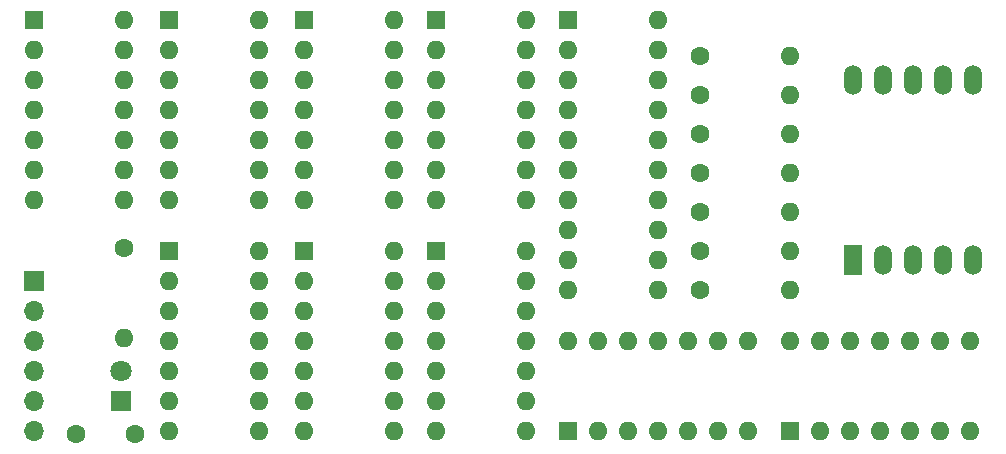
<source format=gbr>
%TF.GenerationSoftware,KiCad,Pcbnew,(6.0.7-1)-1*%
%TF.CreationDate,2022-11-19T17:24:07-05:00*%
%TF.ProjectId,BCDtoLCDLogic,42434474-6f4c-4434-944c-6f6769632e6b,rev?*%
%TF.SameCoordinates,Original*%
%TF.FileFunction,Soldermask,Bot*%
%TF.FilePolarity,Negative*%
%FSLAX46Y46*%
G04 Gerber Fmt 4.6, Leading zero omitted, Abs format (unit mm)*
G04 Created by KiCad (PCBNEW (6.0.7-1)-1) date 2022-11-19 17:24:07*
%MOMM*%
%LPD*%
G01*
G04 APERTURE LIST*
%ADD10C,1.600000*%
%ADD11O,1.600000X1.600000*%
%ADD12R,1.600000X1.600000*%
%ADD13R,1.524000X2.524000*%
%ADD14O,1.524000X2.524000*%
%ADD15R,1.800000X1.800000*%
%ADD16C,1.800000*%
%ADD17R,1.700000X1.700000*%
%ADD18O,1.700000X1.700000*%
G04 APERTURE END LIST*
D10*
%TO.C,R2*%
X156210000Y-104648000D03*
D11*
X163830000Y-104648000D03*
%TD*%
D12*
%TO.C,U2*%
X111262000Y-117851000D03*
D11*
X111262000Y-120391000D03*
X111262000Y-122931000D03*
X111262000Y-125471000D03*
X111262000Y-128011000D03*
X111262000Y-130551000D03*
X111262000Y-133091000D03*
X118882000Y-133091000D03*
X118882000Y-130551000D03*
X118882000Y-128011000D03*
X118882000Y-125471000D03*
X118882000Y-122931000D03*
X118882000Y-120391000D03*
X118882000Y-117851000D03*
%TD*%
D12*
%TO.C,U8*%
X122682000Y-117856000D03*
D11*
X122682000Y-120396000D03*
X122682000Y-122936000D03*
X122682000Y-125476000D03*
X122682000Y-128016000D03*
X122682000Y-130556000D03*
X122682000Y-133096000D03*
X130302000Y-133096000D03*
X130302000Y-130556000D03*
X130302000Y-128016000D03*
X130302000Y-125476000D03*
X130302000Y-122936000D03*
X130302000Y-120396000D03*
X130302000Y-117856000D03*
%TD*%
D10*
%TO.C,R8*%
X107442000Y-117602000D03*
D11*
X107442000Y-125222000D03*
%TD*%
D10*
%TO.C,R7*%
X156210000Y-121158000D03*
D11*
X163830000Y-121158000D03*
%TD*%
D10*
%TO.C,R5*%
X156210000Y-114554000D03*
D11*
X163830000Y-114554000D03*
%TD*%
D13*
%TO.C,U11*%
X169164000Y-118618000D03*
D14*
X171704000Y-118618000D03*
X174244000Y-118618000D03*
X176784000Y-118618000D03*
X179324000Y-118618000D03*
X179324000Y-103378000D03*
X176784000Y-103378000D03*
X174244000Y-103378000D03*
X171704000Y-103378000D03*
X169164000Y-103378000D03*
%TD*%
D10*
%TO.C,R6*%
X156210000Y-117856000D03*
D11*
X163830000Y-117856000D03*
%TD*%
D12*
%TO.C,U9*%
X163830000Y-133096000D03*
D11*
X166370000Y-133096000D03*
X168910000Y-133096000D03*
X171450000Y-133096000D03*
X173990000Y-133096000D03*
X176530000Y-133096000D03*
X179070000Y-133096000D03*
X179070000Y-125476000D03*
X176530000Y-125476000D03*
X173990000Y-125476000D03*
X171450000Y-125476000D03*
X168910000Y-125476000D03*
X166370000Y-125476000D03*
X163830000Y-125476000D03*
%TD*%
D12*
%TO.C,U1*%
X99832000Y-98293000D03*
D11*
X99832000Y-100833000D03*
X99832000Y-103373000D03*
X99832000Y-105913000D03*
X99832000Y-108453000D03*
X99832000Y-110993000D03*
X99832000Y-113533000D03*
X107452000Y-113533000D03*
X107452000Y-110993000D03*
X107452000Y-108453000D03*
X107452000Y-105913000D03*
X107452000Y-103373000D03*
X107452000Y-100833000D03*
X107452000Y-98293000D03*
%TD*%
D12*
%TO.C,U7*%
X145029000Y-133086000D03*
D11*
X147569000Y-133086000D03*
X150109000Y-133086000D03*
X152649000Y-133086000D03*
X155189000Y-133086000D03*
X157729000Y-133086000D03*
X160269000Y-133086000D03*
X160269000Y-125466000D03*
X157729000Y-125466000D03*
X155189000Y-125466000D03*
X152649000Y-125466000D03*
X150109000Y-125466000D03*
X147569000Y-125466000D03*
X145029000Y-125466000D03*
%TD*%
D12*
%TO.C,U3*%
X133868000Y-98293000D03*
D11*
X133868000Y-100833000D03*
X133868000Y-103373000D03*
X133868000Y-105913000D03*
X133868000Y-108453000D03*
X133868000Y-110993000D03*
X133868000Y-113533000D03*
X141488000Y-113533000D03*
X141488000Y-110993000D03*
X141488000Y-108453000D03*
X141488000Y-105913000D03*
X141488000Y-103373000D03*
X141488000Y-100833000D03*
X141488000Y-98293000D03*
%TD*%
D12*
%TO.C,U4*%
X122692000Y-98293000D03*
D11*
X122692000Y-100833000D03*
X122692000Y-103373000D03*
X122692000Y-105913000D03*
X122692000Y-108453000D03*
X122692000Y-110993000D03*
X122692000Y-113533000D03*
X130312000Y-113533000D03*
X130312000Y-110993000D03*
X130312000Y-108453000D03*
X130312000Y-105913000D03*
X130312000Y-103373000D03*
X130312000Y-100833000D03*
X130312000Y-98293000D03*
%TD*%
D15*
%TO.C,LED1*%
X107188000Y-130561000D03*
D16*
X107188000Y-128021000D03*
%TD*%
D10*
%TO.C,R4*%
X156210000Y-111252000D03*
D11*
X163830000Y-111252000D03*
%TD*%
D12*
%TO.C,U10*%
X145044000Y-98303000D03*
D11*
X145044000Y-100843000D03*
X145044000Y-103383000D03*
X145044000Y-105923000D03*
X145044000Y-108463000D03*
X145044000Y-111003000D03*
X145044000Y-113543000D03*
X145044000Y-116083000D03*
X145044000Y-118623000D03*
X145044000Y-121163000D03*
X152664000Y-121163000D03*
X152664000Y-118623000D03*
X152664000Y-116083000D03*
X152664000Y-113543000D03*
X152664000Y-111003000D03*
X152664000Y-108463000D03*
X152664000Y-105923000D03*
X152664000Y-103383000D03*
X152664000Y-100843000D03*
X152664000Y-98303000D03*
%TD*%
D12*
%TO.C,U5*%
X111262000Y-98293000D03*
D11*
X111262000Y-100833000D03*
X111262000Y-103373000D03*
X111262000Y-105913000D03*
X111262000Y-108453000D03*
X111262000Y-110993000D03*
X111262000Y-113533000D03*
X118882000Y-113533000D03*
X118882000Y-110993000D03*
X118882000Y-108453000D03*
X118882000Y-105913000D03*
X118882000Y-103373000D03*
X118882000Y-100833000D03*
X118882000Y-98293000D03*
%TD*%
D12*
%TO.C,U6*%
X133868000Y-117851000D03*
D11*
X133868000Y-120391000D03*
X133868000Y-122931000D03*
X133868000Y-125471000D03*
X133868000Y-128011000D03*
X133868000Y-130551000D03*
X133868000Y-133091000D03*
X141488000Y-133091000D03*
X141488000Y-130551000D03*
X141488000Y-128011000D03*
X141488000Y-125471000D03*
X141488000Y-122931000D03*
X141488000Y-120391000D03*
X141488000Y-117851000D03*
%TD*%
D10*
%TO.C,C1*%
X103378000Y-133350000D03*
X108378000Y-133350000D03*
%TD*%
%TO.C,R1*%
X156210000Y-101346000D03*
D11*
X163830000Y-101346000D03*
%TD*%
D10*
%TO.C,R3*%
X156210000Y-107950000D03*
D11*
X163830000Y-107950000D03*
%TD*%
D17*
%TO.C,PH1*%
X99822000Y-120396000D03*
D18*
X99822000Y-122936000D03*
X99822000Y-125476000D03*
X99822000Y-128016000D03*
X99822000Y-130556000D03*
X99822000Y-133096000D03*
%TD*%
M02*

</source>
